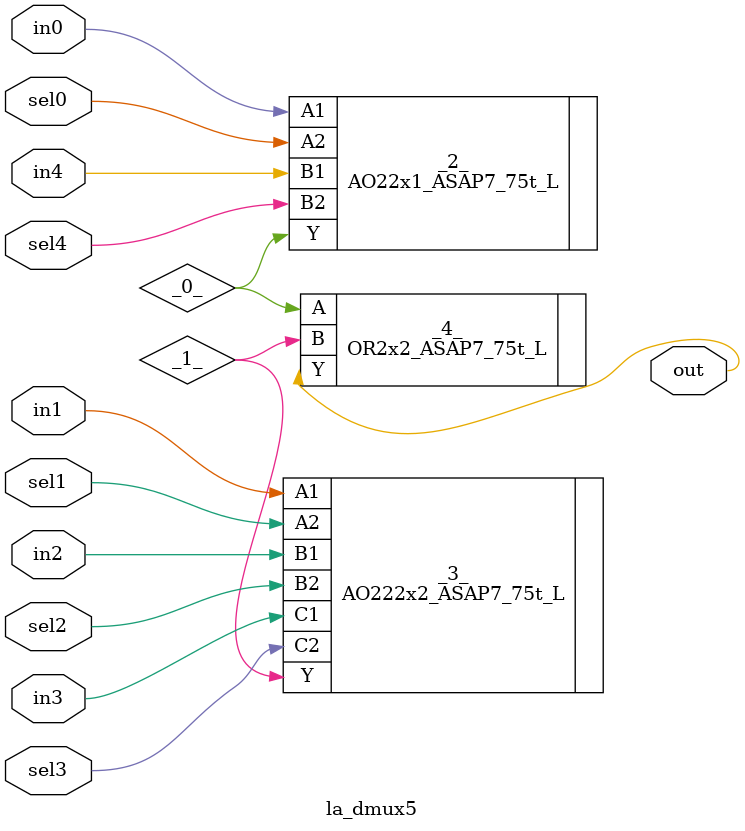
<source format=v>

/* Generated by Yosys 0.44 (git sha1 80ba43d26, g++ 11.4.0-1ubuntu1~22.04 -fPIC -O3) */

(* top =  1  *)
(* src = "inputs/la_dmux5.v:10.1-28.10" *)
module la_dmux5 (
    sel4,
    sel3,
    sel2,
    sel1,
    sel0,
    in4,
    in3,
    in2,
    in1,
    in0,
    out
);
  wire _0_;
  wire _1_;
  (* src = "inputs/la_dmux5.v:22.12-22.15" *)
  input in0;
  wire in0;
  (* src = "inputs/la_dmux5.v:21.12-21.15" *)
  input in1;
  wire in1;
  (* src = "inputs/la_dmux5.v:20.12-20.15" *)
  input in2;
  wire in2;
  (* src = "inputs/la_dmux5.v:19.12-19.15" *)
  input in3;
  wire in3;
  (* src = "inputs/la_dmux5.v:18.12-18.15" *)
  input in4;
  wire in4;
  (* src = "inputs/la_dmux5.v:23.12-23.15" *)
  output out;
  wire out;
  (* src = "inputs/la_dmux5.v:17.12-17.16" *)
  input sel0;
  wire sel0;
  (* src = "inputs/la_dmux5.v:16.12-16.16" *)
  input sel1;
  wire sel1;
  (* src = "inputs/la_dmux5.v:15.12-15.16" *)
  input sel2;
  wire sel2;
  (* src = "inputs/la_dmux5.v:14.12-14.16" *)
  input sel3;
  wire sel3;
  (* src = "inputs/la_dmux5.v:13.12-13.16" *)
  input sel4;
  wire sel4;
  AO22x1_ASAP7_75t_L _2_ (
      .A1(in0),
      .A2(sel0),
      .B1(in4),
      .B2(sel4),
      .Y (_0_)
  );
  AO222x2_ASAP7_75t_L _3_ (
      .A1(in1),
      .A2(sel1),
      .B1(in2),
      .B2(sel2),
      .C1(in3),
      .C2(sel3),
      .Y (_1_)
  );
  OR2x2_ASAP7_75t_L _4_ (
      .A(_0_),
      .B(_1_),
      .Y(out)
  );
endmodule

</source>
